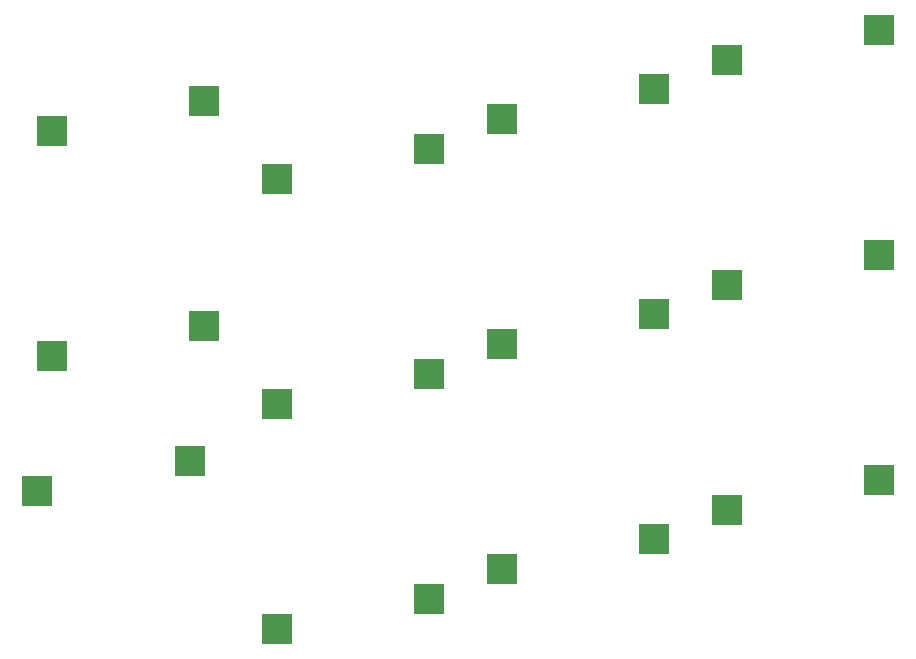
<source format=gbr>
G04 #@! TF.GenerationSoftware,KiCad,Pcbnew,(5.1.4)-1*
G04 #@! TF.CreationDate,2023-06-17T18:30:05-04:00*
G04 #@! TF.ProjectId,ThumbsUp,5468756d-6273-4557-902e-6b696361645f,rev?*
G04 #@! TF.SameCoordinates,Original*
G04 #@! TF.FileFunction,Paste,Bot*
G04 #@! TF.FilePolarity,Positive*
%FSLAX46Y46*%
G04 Gerber Fmt 4.6, Leading zero omitted, Abs format (unit mm)*
G04 Created by KiCad (PCBNEW (5.1.4)-1) date 2023-06-17 18:30:05*
%MOMM*%
%LPD*%
G04 APERTURE LIST*
%ADD10R,2.550000X2.500000*%
G04 APERTURE END LIST*
D10*
X50047789Y-531382952D03*
X37120789Y-533922952D03*
X50047790Y-550432952D03*
X37120790Y-552972952D03*
X88147789Y-559482952D03*
X75220789Y-562022952D03*
X88147789Y-540432952D03*
X75220789Y-542972952D03*
X88147790Y-521382952D03*
X75220790Y-523922952D03*
X69097790Y-564482952D03*
X56170790Y-567022952D03*
X69097789Y-545432952D03*
X56170789Y-547972952D03*
X69097789Y-526382953D03*
X56170789Y-528922953D03*
X50047789Y-569482952D03*
X37120789Y-572022952D03*
X16827789Y-560402952D03*
X29754789Y-557862952D03*
X30997790Y-546432952D03*
X18070790Y-548972952D03*
X30997789Y-527382953D03*
X18070789Y-529922953D03*
M02*

</source>
